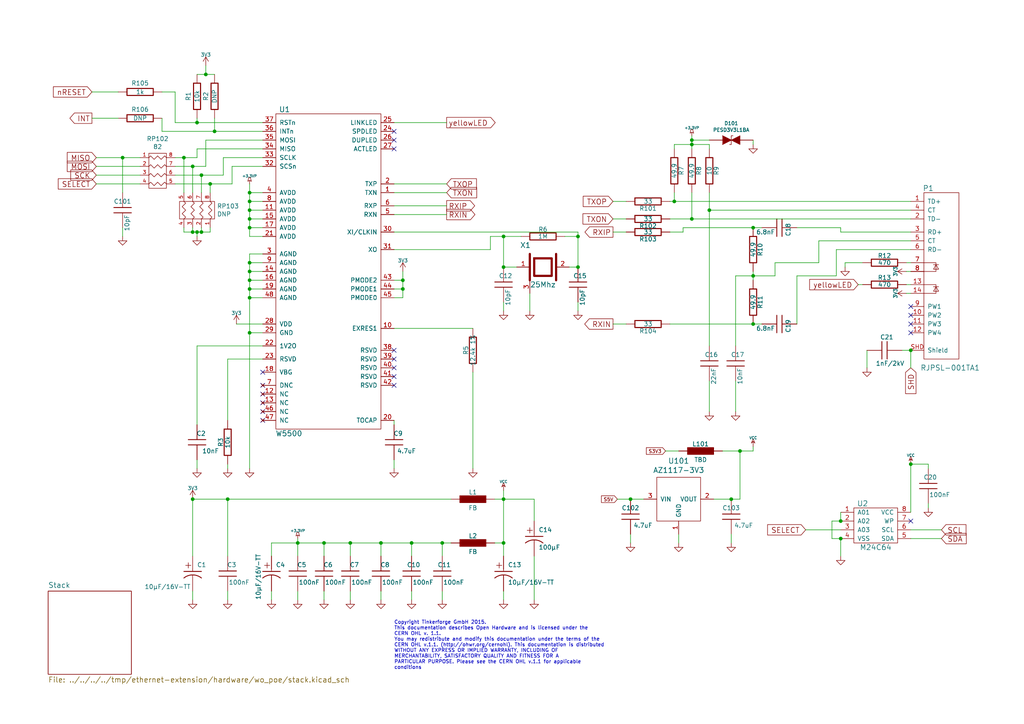
<source format=kicad_sch>
(kicad_sch (version 20230121) (generator eeschema)
  (paper "A4")
  (title_block (title "Ethernet Extension without PoE") (date "2022-09-06") (rev "1.1") (company "Tinkerforge GmbH") (comment 1 "Licensed under CERN OHL v.1.1") (comment 2 "Copyright (©) 2021, B.Nordmeyer <bastian@tinkerforge.com>"))
  (lib_symbols
    (symbol "tinkerforge:+3.3VP" (power) (pin_names (offset 0))
      (property "Value" "+3.3VP" (at 0 2.54 0))
      (symbol "+3.3VP_0_0"
        (pin power_in line (at 0 0 90) (length 0) hide (name "+3.3VP") (number "1"))
      )
      (symbol "+3.3VP_0_1"
        (polyline (pts (xy 0 0) (xy 0 1.016) (xy 0 1.016)))
        (polyline (pts (xy 0.508 0.762) (xy 0 1.016) (xy -0.508 0.762) (xy -0.254 1.778) (xy 0.254 1.778) (xy 0.508 0.762) (xy 0.508 0.762)))
      )
    )
    (symbol "tinkerforge:3V3" (power) (pin_names (offset 0))
      (property "Value" "3V3" (at 0 3.556 0))
      (symbol "3V3_0_1"
        (polyline (pts (xy -0.762 1.27) (xy 0 2.54)))
        (polyline (pts (xy 0 0) (xy 0 2.54)))
        (polyline (pts (xy 0 2.54) (xy 0.762 1.27)))
      )
      (symbol "3V3_1_1"
        (pin power_in line (at 0 0 90) (length 0) hide (name "3V3") (number "1"))
      )
    )
    (symbol "tinkerforge:C" (pin_numbers hide) (pin_names (offset 0.254))
      (property "Reference" "C" (at 1.27 2.54 0))
      (property "Value" "C" (at 1.27 -2.54 0))
      (symbol "C_0_1"
        (polyline (pts (xy -2.54 -0.762) (xy 2.54 -0.762)) (stroke (width 0.254)))
        (polyline (pts (xy -2.54 0.762) (xy 2.54 0.762)) (stroke (width 0.254)))
      )
      (symbol "C_1_1"
        (pin passive line (at 0 5.08 270) (length 4.318) (name "~") (number "1"))
        (pin passive line (at 0 -5.08 90) (length 4.318) (name "~") (number "2"))
      )
    )
    (symbol "tinkerforge:CAT24C" (pin_names (offset 1.016))
      (property "Reference" "U" (at -3.81 12.7 0))
      (property "Value" "CAT24C" (at 0 0 0))
      (symbol "CAT24C_0_1"
        (rectangle (start -6.35 11.43) (end 6.35 1.27))
      )
      (symbol "CAT24C_1_1"
        (pin passive line (at -10.16 10.16 0) (length 3.81) (name "A01") (number "1"))
        (pin passive line (at -10.16 7.62 0) (length 3.81) (name "A02") (number "2"))
        (pin passive line (at -10.16 5.08 0) (length 3.81) (name "A03") (number "3"))
        (pin passive line (at -10.16 2.54 0) (length 3.81) (name "VSS") (number "4"))
        (pin passive line (at 10.16 2.54 180) (length 3.81) (name "SDA") (number "5"))
        (pin passive line (at 10.16 5.08 180) (length 3.81) (name "SCL") (number "6"))
        (pin passive line (at 10.16 7.62 180) (length 3.81) (name "WP") (number "7"))
        (pin passive line (at 10.16 10.16 180) (length 3.81) (name "VCC") (number "8"))
      )
    )
    (symbol "tinkerforge:CP1" (pin_numbers hide) (pin_names (offset 0.254) hide)
      (property "Reference" "C" (at 1.27 2.54 0))
      (property "Value" "CP1" (at 1.27 -2.54 0))
      (symbol "CP1_0_0"
        (text "+" (at -1.27 2.54 0) (effects (font (size 2.032 2.032))))
      )
      (symbol "CP1_0_1"
        (polyline (pts (xy 0 1.27) (xy 0 0.762) (xy 0 0.762)))
        (polyline (pts (xy 2.54 0.635) (xy -2.54 0.635) (xy -2.54 0.635)) (stroke (width 0.254)))
        (arc (start 2.54 -1.27) (mid 0 -0.379) (end -2.54 -1.27) (stroke (width 0.254)))
      )
      (symbol "CP1_1_1"
        (pin passive line (at 0 5.08 270) (length 3.81) (name "~") (number "1"))
        (pin passive line (at 0 -5.08 90) (length 4.572) (name "~") (number "2"))
      )
    )
    (symbol "tinkerforge:CRYSTAL_3225" (pin_names (offset 1.016))
      (property "Reference" "X" (at -5.08 6.35 0))
      (property "Value" "CRYSTAL_3225" (at 6.35 -6.35 0))
      (symbol "CRYSTAL_3225_0_1"
        (rectangle (start -2.54 2.54) (end 2.54 -2.54) (stroke (width 0.635)))
      )
      (symbol "CRYSTAL_3225_1_1"
        (polyline (pts (xy -3.81 3.81) (xy -3.81 -3.81) (xy -3.81 -3.81)) (stroke (width 0.635)))
        (polyline (pts (xy 3.81 3.81) (xy 3.81 -3.81) (xy 3.81 -3.81)) (stroke (width 0.635)))
        (pin passive line (at -7.62 0 0) (length 3.81) (name "~") (number "1"))
        (pin passive line (at 7.62 0 180) (length 3.81) (name "~") (number "2"))
        (pin passive line (at -3.81 -7.62 90) (length 3.81) (name "~") (number "3"))
      )
    )
    (symbol "tinkerforge:GND" (power) (pin_names (offset 0))
      (property "Value" "GND" (at 0 -5.08 0))
      (symbol "GND_0_1"
        (polyline (pts (xy 0 0) (xy 0 -1.27) (xy 1.27 -1.27) (xy 0 -2.54) (xy -1.27 -1.27) (xy 0 -1.27)))
      )
      (symbol "GND_1_1"
        (pin power_in line (at 0 0 270) (length 0) hide (name "GND") (number "1"))
      )
    )
    (symbol "tinkerforge:INDUCT" (pin_numbers hide) (pin_names (offset 0))
      (property "Reference" "L" (at 2.032 0 90))
      (property "Value" "INDUCT" (at -2.54 0 90))
      (symbol "INDUCT_0_1"
        (rectangle (start -1.016 3.81) (end 1.016 -3.81) (fill (type outline)))
      )
      (symbol "INDUCT_1_1"
        (pin passive line (at 0 6.35 270) (length 2.54) (name "~") (number "1"))
        (pin passive line (at 0 -6.35 90) (length 2.54) (name "~") (number "2"))
      )
    )
    (symbol "tinkerforge:LD1117" (pin_names (offset 1.016))
      (property "Reference" "U" (at -5.08 12.7 0))
      (property "Value" "LD1117" (at 0 7.62 0))
      (symbol "LD1117_0_1"
        (rectangle (start -6.35 11.43) (end 6.35 -1.27))
      )
      (symbol "LD1117_1_1"
        (pin passive line (at 0 -5.08 90) (length 3.81) (name "GND") (number "1"))
        (pin output line (at 10.16 5.08 180) (length 3.81) (name "VOUT") (number "2"))
        (pin input line (at -10.16 5.08 0) (length 3.81) (name "VIN") (number "3"))
      )
    )
    (symbol "tinkerforge:R" (pin_numbers hide) (pin_names (offset 0))
      (property "Reference" "R" (at 2.032 0 90))
      (property "Value" "R" (at 0 0 90))
      (symbol "R_0_1"
        (rectangle (start -1.016 3.81) (end 1.016 -3.81) (stroke (width 0.3048)))
      )
      (symbol "R_1_1"
        (pin passive line (at 0 6.35 270) (length 2.54) (name "~") (number "1"))
        (pin passive line (at 0 -6.35 90) (length 2.54) (name "~") (number "2"))
      )
    )
    (symbol "tinkerforge:RJPSL-001TA1" (pin_names (offset 1.016))
      (property "Reference" "P" (at -8.89 19.05 0))
      (property "Value" "RJPSL-001TA1" (at -7.62 -33.02 0))
      (symbol "RJPSL-001TA1_0_1"
        (rectangle (start -10.16 17.78) (end 0 -30.48))
        (polyline (pts (xy -7.4168 -9.4996) (xy -5.8928 -9.4996)))
        (polyline (pts (xy -7.4168 -3.0988) (xy -5.8928 -3.0988)))
        (polyline (pts (xy -10.16 -8.89) (xy -6.6548 -8.89) (xy -6.6548 -11.43) (xy -10.16 -11.43)))
        (polyline (pts (xy -10.16 -2.54) (xy -6.6548 -2.54) (xy -6.6548 -5.08) (xy -10.16 -5.08)))
        (polyline (pts (xy -6.6548 -9.4996) (xy -7.366 -10.8204) (xy -5.8928 -10.8204) (xy -6.6548 -9.4996)))
        (polyline (pts (xy -6.6548 -3.0988) (xy -7.366 -4.4196) (xy -5.8928 -4.4196) (xy -6.6548 -3.0988)))
      )
      (symbol "RJPSL-001TA1_1_1"
        (pin passive line (at -13.97 15.24 0) (length 3.81) (name "TD+") (number "1"))
        (pin passive line (at -13.97 -17.78 0) (length 3.81) (name "PW2") (number "10"))
        (pin passive line (at -13.97 -20.32 0) (length 3.81) (name "PW3") (number "11"))
        (pin passive line (at -13.97 -22.86 0) (length 3.81) (name "PW4") (number "12"))
        (pin passive line (at -13.97 -8.89 0) (length 3.81) (name "~") (number "13"))
        (pin passive line (at -13.97 -11.43 0) (length 3.81) (name "~") (number "14"))
        (pin passive line (at -13.97 10.16 0) (length 3.81) (name "TD-") (number "2"))
        (pin passive line (at -13.97 6.35 0) (length 3.81) (name "RD+") (number "3"))
        (pin passive line (at -13.97 12.7 0) (length 3.81) (name "CT") (number "4"))
        (pin passive line (at -13.97 3.81 0) (length 3.81) (name "CT") (number "5"))
        (pin passive line (at -13.97 1.27 0) (length 3.81) (name "RD-") (number "6"))
        (pin passive line (at -13.97 -2.54 0) (length 3.81) (name "~") (number "7"))
        (pin passive line (at -13.97 -2.54 0) (length 3.81) (name "~") (number "7"))
        (pin passive line (at -13.97 -5.08 0) (length 3.81) (name "~") (number "8"))
        (pin passive line (at -13.97 -5.08 0) (length 3.81) (name "~") (number "8"))
        (pin passive line (at -13.97 -15.24 0) (length 3.81) (name "PW1") (number "9"))
        (pin passive line (at -13.97 -27.94 0) (length 3.81) (name "Shield") (number "SHD"))
      )
    )
    (symbol "tinkerforge:R_PACK4" (pin_names hide)
      (property "Reference" "RP" (at 0 11.43 0))
      (property "Value" "R_PACK4" (at 0 -1.27 0))
      (symbol "R_PACK4_0_1"
        (polyline (pts (xy -2.54 10.16) (xy -2.54 0) (xy 2.54 0) (xy 2.54 10.16) (xy -2.54 10.16)))
        (polyline (pts (xy -2.54 1.27) (xy -2.032 1.778) (xy -1.016 0.762) (xy 0 1.778) (xy 1.016 0.762) (xy 2.032 1.778) (xy 2.54 1.27)))
        (polyline (pts (xy -2.54 3.81) (xy -2.032 4.318) (xy -1.016 3.302) (xy 0 4.318) (xy 1.016 3.302) (xy 2.032 4.318) (xy 2.54 3.81)))
        (polyline (pts (xy -2.54 6.35) (xy -2.032 6.858) (xy -1.016 5.842) (xy 0 6.858) (xy 1.016 5.842) (xy 2.032 6.858) (xy 2.54 6.35)))
        (polyline (pts (xy -2.54 8.89) (xy -2.032 9.398) (xy -1.016 8.382) (xy 0 9.398) (xy 1.016 8.382) (xy 2.032 9.398) (xy 2.54 8.89)))
      )
      (symbol "R_PACK4_1_1"
        (pin passive line (at -5.08 8.89 0) (length 2.54) (name "P1") (number "1"))
        (pin passive line (at -5.08 6.35 0) (length 2.54) (name "P2") (number "2"))
        (pin passive line (at -5.08 3.81 0) (length 2.54) (name "P3") (number "3"))
        (pin passive line (at -5.08 1.27 0) (length 2.54) (name "P4") (number "4"))
        (pin passive line (at 5.08 1.27 180) (length 2.54) (name "R4") (number "5"))
        (pin passive line (at 5.08 3.81 180) (length 2.54) (name "R3") (number "6"))
        (pin passive line (at 5.08 6.35 180) (length 2.54) (name "R2") (number "7"))
        (pin passive line (at 5.08 8.89 180) (length 2.54) (name "R1") (number "8"))
      )
    )
    (symbol "tinkerforge:TVS" (pin_numbers hide) (pin_names (offset 1.016) hide)
      (property "Reference" "D" (at -1.27 2.54 0))
      (property "Value" "TVS" (at 0 -2.54 0))
      (symbol "TVS_0_1"
        (polyline (pts (xy 0 -1.27) (xy -0.508 -1.27)))
        (polyline (pts (xy 0 1.27) (xy 0 -1.27)) (stroke (width 0.1524)))
        (polyline (pts (xy 0 1.27) (xy 0.508 1.27)))
        (polyline (pts (xy -2.54 1.27) (xy 0 0) (xy -2.54 -1.27)) (fill (type outline)))
        (polyline (pts (xy -2.54 1.27) (xy 0 0) (xy -2.54 -1.27)) (fill (type outline)))
        (polyline (pts (xy 0 0) (xy 2.54 1.27) (xy 2.54 -1.27) (xy 0 0)) (fill (type outline)))
      )
      (symbol "TVS_1_1"
        (pin passive line (at -6.35 0 0) (length 3.81) (name "A") (number "1"))
        (pin passive line (at 6.35 0 180) (length 3.81) (name "K") (number "2"))
      )
    )
    (symbol "tinkerforge:VCC" (power) (pin_names (offset 0))
      (property "Value" "VCC" (at 0 3.175 0))
      (symbol "VCC_0_0"
        (pin power_in line (at 0 0 90) (length 0) hide (name "VCC") (number "1"))
      )
      (symbol "VCC_0_1"
        (polyline (pts (xy 0 1.524) (xy 0 0)))
        (polyline (pts (xy 0 1.524) (xy 0.508 1.016) (xy 0 2.286) (xy -0.508 1.016) (xy 0 1.524) (xy 0 1.524)))
      )
    )
    (symbol "tinkerforge:W5500" (pin_names (offset 1.016))
      (property "Reference" "U" (at -12.7 46.99 0))
      (property "Value" "W5500" (at -11.43 -46.99 0))
      (symbol "W5500_0_1"
        (rectangle (start -15.24 45.72) (end 15.24 -45.72))
      )
      (symbol "W5500_1_1"
        (pin passive line (at 19.05 22.86 180) (length 3.81) (name "TXN") (number "1"))
        (pin passive line (at 19.05 -16.51 180) (length 3.81) (name "EXRES1") (number "10"))
        (pin passive line (at -19.05 17.78 0) (length 3.81) (name "AVDD") (number "11"))
        (pin no_connect line (at -19.05 -35.56 0) (length 3.81) (name "NC") (number "12"))
        (pin no_connect line (at -19.05 -38.1 0) (length 3.81) (name "NC") (number "13"))
        (pin passive line (at -19.05 0 0) (length 3.81) (name "AGND") (number "14"))
        (pin passive line (at -19.05 15.24 0) (length 3.81) (name "AVDD") (number "15"))
        (pin passive line (at -19.05 -2.54 0) (length 3.81) (name "AGND") (number "16"))
        (pin passive line (at -19.05 12.7 0) (length 3.81) (name "AVDD") (number "17"))
        (pin passive line (at -19.05 -29.21 0) (length 3.81) (name "VBG") (number "18"))
        (pin passive line (at -19.05 -5.08 0) (length 3.81) (name "AGND") (number "19"))
        (pin passive line (at 19.05 25.4 180) (length 3.81) (name "TXP") (number "2"))
        (pin passive line (at 19.05 -43.18 180) (length 3.81) (name "TOCAP") (number "20"))
        (pin passive line (at -19.05 10.16 0) (length 3.81) (name "AVDD") (number "21"))
        (pin passive line (at -19.05 -21.59 0) (length 3.81) (name "1V2O") (number "22"))
        (pin passive line (at -19.05 -25.4 0) (length 3.81) (name "RSVD") (number "23"))
        (pin passive line (at 19.05 40.64 180) (length 3.81) (name "SPDLED") (number "24"))
        (pin passive line (at 19.05 43.18 180) (length 3.81) (name "LINKLED") (number "25"))
        (pin passive line (at 19.05 38.1 180) (length 3.81) (name "DUPLED") (number "26"))
        (pin passive line (at 19.05 35.56 180) (length 3.81) (name "ACTLED") (number "27"))
        (pin passive line (at -19.05 -15.24 0) (length 3.81) (name "VDD") (number "28"))
        (pin passive line (at -19.05 -17.78 0) (length 3.81) (name "GND") (number "29"))
        (pin passive line (at -19.05 5.08 0) (length 3.81) (name "AGND") (number "3"))
        (pin passive line (at 19.05 11.43 180) (length 3.81) (name "XI/CLKIN") (number "30"))
        (pin passive line (at 19.05 6.35 180) (length 3.81) (name "XO") (number "31"))
        (pin passive line (at -19.05 30.48 0) (length 3.81) (name "SCSn") (number "32"))
        (pin passive line (at -19.05 33.02 0) (length 3.81) (name "SCLK") (number "33"))
        (pin passive line (at -19.05 35.56 0) (length 3.81) (name "MISO") (number "34"))
        (pin passive line (at -19.05 38.1 0) (length 3.81) (name "MOSI") (number "35"))
        (pin passive line (at -19.05 40.64 0) (length 3.81) (name "INTn") (number "36"))
        (pin passive line (at -19.05 43.18 0) (length 3.81) (name "RSTn") (number "37"))
        (pin passive line (at 19.05 -22.86 180) (length 3.81) (name "RSVD") (number "38"))
        (pin passive line (at 19.05 -25.4 180) (length 3.81) (name "RSVD") (number "39"))
        (pin passive line (at -19.05 22.86 0) (length 3.81) (name "AVDD") (number "4"))
        (pin passive line (at 19.05 -27.94 180) (length 3.81) (name "RSVD") (number "40"))
        (pin passive line (at 19.05 -30.48 180) (length 3.81) (name "RSVD") (number "41"))
        (pin passive line (at 19.05 -33.02 180) (length 3.81) (name "RSVD") (number "42"))
        (pin passive line (at 19.05 -2.54 180) (length 3.81) (name "PMODE2") (number "43"))
        (pin passive line (at 19.05 -5.08 180) (length 3.81) (name "PMODE1") (number "44"))
        (pin passive line (at 19.05 -7.62 180) (length 3.81) (name "PMODE0") (number "45"))
        (pin no_connect line (at -19.05 -40.64 0) (length 3.81) (name "NC") (number "46"))
        (pin no_connect line (at -19.05 -43.18 0) (length 3.81) (name "NC") (number "47"))
        (pin passive line (at -19.05 -7.62 0) (length 3.81) (name "AGND") (number "48"))
        (pin passive line (at 19.05 16.51 180) (length 3.81) (name "RXN") (number "5"))
        (pin passive line (at 19.05 19.05 180) (length 3.81) (name "RXP") (number "6"))
        (pin no_connect line (at -19.05 -33.02 0) (length 3.81) (name "DNC") (number "7"))
        (pin passive line (at -19.05 20.32 0) (length 3.81) (name "AVDD") (number "8"))
        (pin passive line (at -19.05 2.54 0) (length 3.81) (name "AGND") (number "9"))
      )
    )
  )
  (junction (at 72.39 76.2))
  (junction (at 58.42 50.8))
  (junction (at 55.88 67.31))
  (junction (at 72.39 60.96))
  (junction (at 101.6 157.48))
  (junction (at 167.64 77.47))
  (junction (at 146.05 77.47))
  (junction (at 146.05 157.48))
  (junction (at 72.39 66.04))
  (junction (at 146.05 68.58))
  (junction (at 110.49 157.48))
  (junction (at 72.39 81.28))
  (junction (at 35.56 45.72))
  (junction (at 72.39 55.88))
  (junction (at 205.74 60.96))
  (junction (at 86.36 157.48))
  (junction (at 128.27 157.48))
  (junction (at 116.84 83.82))
  (junction (at 264.16 134.62))
  (junction (at 57.15 67.31))
  (junction (at 60.96 53.34))
  (junction (at 93.98 157.48))
  (junction (at 200.66 41.91))
  (junction (at 57.15 35.56))
  (junction (at 72.39 58.42))
  (junction (at 59.69 21.59))
  (junction (at 214.63 130.81))
  (junction (at 200.66 63.5))
  (junction (at 264.16 101.6))
  (junction (at 72.39 96.52))
  (junction (at 55.88 48.26))
  (junction (at 212.09 144.78))
  (junction (at 55.88 144.78))
  (junction (at 243.84 151.13))
  (junction (at 72.39 83.82))
  (junction (at 167.64 68.58))
  (junction (at 116.84 81.28))
  (junction (at 72.39 78.74))
  (junction (at 119.38 157.48))
  (junction (at 195.58 58.42))
  (junction (at 53.34 45.72))
  (junction (at 146.05 144.78))
  (junction (at 58.42 67.31))
  (junction (at 218.44 93.98))
  (junction (at 72.39 86.36))
  (junction (at 243.84 156.21))
  (junction (at 72.39 63.5))
  (junction (at 182.88 144.78))
  (junction (at 62.23 38.1))
  (junction (at 66.04 144.78))
  (junction (at 218.44 80.01))
  (junction (at 218.44 66.04))
  (junction (at 200.66 40.64))
  (no_connect (at 114.3 43.18))
  (no_connect (at 114.3 40.64))
  (no_connect (at 76.2 107.95))
  (no_connect (at 114.3 104.14))
  (no_connect (at 264.16 88.9))
  (no_connect (at 264.16 96.52))
  (no_connect (at 76.2 121.92))
  (no_connect (at 114.3 109.22))
  (no_connect (at 114.3 101.6))
  (no_connect (at 264.16 93.98))
  (no_connect (at 114.3 106.68))
  (no_connect (at 114.3 111.76))
  (no_connect (at 76.2 119.38))
  (no_connect (at 114.3 38.1))
  (no_connect (at 76.2 116.84))
  (no_connect (at 264.16 91.44))
  (no_connect (at 76.2 114.3))
  (no_connect (at 264.16 151.13))
  (no_connect (at 76.2 111.76))
  (wire (pts (xy 146.05 157.48) (xy 146.05 144.78)))
  (wire (pts (xy 76.2 93.98) (xy 68.58 93.98)))
  (wire (pts (xy 101.6 157.48) (xy 110.49 157.48)))
  (wire (pts (xy 241.3 156.21) (xy 243.84 156.21)))
  (wire (pts (xy 128.27 157.48) (xy 130.81 157.48)))
  (wire (pts (xy 243.84 151.13) (xy 241.3 151.13)))
  (wire (pts (xy 59.69 21.59) (xy 62.23 21.59)))
  (wire (pts (xy 114.3 121.92) (xy 114.3 123.19)))
  (wire (pts (xy 143.51 144.78) (xy 146.05 144.78)))
  (wire (pts (xy 224.79 76.2) (xy 224.79 80.01)))
  (wire (pts (xy 110.49 157.48) (xy 110.49 161.29)))
  (wire (pts (xy 57.15 123.19) (xy 57.15 100.33)))
  (wire (pts (xy 205.74 55.88) (xy 205.74 60.96)))
  (wire (pts (xy 213.36 80.01) (xy 213.36 100.33)))
  (wire (pts (xy 114.3 86.36) (xy 116.84 86.36)))
  (wire (pts (xy 149.86 77.47) (xy 146.05 77.47)))
  (wire (pts (xy 248.92 82.55) (xy 250.19 82.55)))
  (wire (pts (xy 167.64 67.31) (xy 114.3 67.31)))
  (wire (pts (xy 264.16 58.42) (xy 195.58 58.42)))
  (wire (pts (xy 60.96 53.34) (xy 60.96 55.88)))
  (wire (pts (xy 114.3 72.39) (xy 142.24 72.39)))
  (wire (pts (xy 193.04 130.81) (xy 196.85 130.81)))
  (wire (pts (xy 205.74 60.96) (xy 264.16 60.96)))
  (wire (pts (xy 72.39 60.96) (xy 72.39 63.5)))
  (wire (pts (xy 205.74 119.38) (xy 205.74 110.49)))
  (wire (pts (xy 55.88 66.04) (xy 55.88 67.31)))
  (wire (pts (xy 243.84 161.29) (xy 243.84 156.21)))
  (wire (pts (xy 72.39 58.42) (xy 72.39 60.96)))
  (wire (pts (xy 110.49 173.99) (xy 110.49 171.45)))
  (wire (pts (xy 86.36 157.48) (xy 93.98 157.48)))
  (wire (pts (xy 57.15 35.56) (xy 76.2 35.56)))
  (wire (pts (xy 179.07 144.78) (xy 182.88 144.78)))
  (wire (pts (xy 242.57 72.39) (xy 264.16 72.39)))
  (wire (pts (xy 224.79 80.01) (xy 218.44 80.01)))
  (wire (pts (xy 116.84 81.28) (xy 116.84 78.74)))
  (wire (pts (xy 101.6 173.99) (xy 101.6 171.45)))
  (wire (pts (xy 114.3 81.28) (xy 116.84 81.28)))
  (wire (pts (xy 76.2 78.74) (xy 72.39 78.74)))
  (wire (pts (xy 58.42 67.31) (xy 57.15 67.31)))
  (wire (pts (xy 27.94 50.8) (xy 40.64 50.8)))
  (wire (pts (xy 76.2 38.1) (xy 62.23 38.1)))
  (wire (pts (xy 251.46 101.6) (xy 251.46 106.68)))
  (wire (pts (xy 72.39 60.96) (xy 76.2 60.96)))
  (wire (pts (xy 86.36 173.99) (xy 86.36 171.45)))
  (wire (pts (xy 114.3 83.82) (xy 116.84 83.82)))
  (wire (pts (xy 116.84 83.82) (xy 116.84 81.28)))
  (wire (pts (xy 146.05 144.78) (xy 154.94 144.78)))
  (wire (pts (xy 76.2 58.42) (xy 72.39 58.42)))
  (wire (pts (xy 200.66 41.91) (xy 205.74 41.91)))
  (wire (pts (xy 72.39 81.28) (xy 72.39 83.82)))
  (wire (pts (xy 76.2 40.64) (xy 59.69 40.64)))
  (wire (pts (xy 218.44 93.98) (xy 194.31 93.98)))
  (wire (pts (xy 205.74 60.96) (xy 205.74 100.33)))
  (wire (pts (xy 60.96 67.31) (xy 58.42 67.31)))
  (wire (pts (xy 66.04 135.89) (xy 66.04 134.62)))
  (wire (pts (xy 72.39 96.52) (xy 72.39 135.89)))
  (wire (pts (xy 57.15 21.59) (xy 59.69 21.59)))
  (wire (pts (xy 264.16 153.67) (xy 273.05 153.67)))
  (wire (pts (xy 186.69 144.78) (xy 182.88 144.78)))
  (wire (pts (xy 53.34 45.72) (xy 50.8 45.72)))
  (wire (pts (xy 55.88 173.99) (xy 55.88 171.45)))
  (wire (pts (xy 76.2 45.72) (xy 64.77 45.72)))
  (wire (pts (xy 72.39 66.04) (xy 72.39 68.58)))
  (wire (pts (xy 34.29 34.29) (xy 26.67 34.29)))
  (wire (pts (xy 66.04 161.29) (xy 66.04 144.78)))
  (wire (pts (xy 129.54 55.88) (xy 114.3 55.88)))
  (wire (pts (xy 146.05 90.17) (xy 146.05 87.63)))
  (wire (pts (xy 93.98 173.99) (xy 93.98 171.45)))
  (wire (pts (xy 195.58 41.91) (xy 195.58 43.18)))
  (wire (pts (xy 55.88 48.26) (xy 55.88 55.88)))
  (wire (pts (xy 78.74 157.48) (xy 86.36 157.48)))
  (wire (pts (xy 50.8 35.56) (xy 57.15 35.56)))
  (wire (pts (xy 57.15 43.18) (xy 57.15 45.72)))
  (wire (pts (xy 66.04 173.99) (xy 66.04 171.45)))
  (wire (pts (xy 264.16 67.31) (xy 243.84 67.31)))
  (wire (pts (xy 241.3 151.13) (xy 241.3 156.21)))
  (wire (pts (xy 114.3 35.56) (xy 129.54 35.56)))
  (wire (pts (xy 114.3 59.69) (xy 129.54 59.69)))
  (wire (pts (xy 194.31 67.31) (xy 198.12 67.31)))
  (wire (pts (xy 67.31 48.26) (xy 76.2 48.26)))
  (wire (pts (xy 214.63 130.81) (xy 214.63 144.78)))
  (wire (pts (xy 262.89 85.09) (xy 264.16 85.09)))
  (wire (pts (xy 242.57 80.01) (xy 242.57 72.39)))
  (wire (pts (xy 86.36 157.48) (xy 86.36 161.29)))
  (wire (pts (xy 196.85 154.94) (xy 196.85 157.48)))
  (wire (pts (xy 66.04 144.78) (xy 130.81 144.78)))
  (wire (pts (xy 76.2 104.14) (xy 66.04 104.14)))
  (wire (pts (xy 35.56 45.72) (xy 40.64 45.72)))
  (wire (pts (xy 237.49 76.2) (xy 224.79 76.2)))
  (wire (pts (xy 269.24 147.32) (xy 269.24 146.05)))
  (wire (pts (xy 264.16 156.21) (xy 273.05 156.21)))
  (wire (pts (xy 205.74 41.91) (xy 205.74 43.18)))
  (wire (pts (xy 72.39 86.36) (xy 72.39 96.52)))
  (wire (pts (xy 78.74 173.99) (xy 78.74 171.45)))
  (wire (pts (xy 177.8 67.31) (xy 181.61 67.31)))
  (wire (pts (xy 218.44 80.01) (xy 213.36 80.01)))
  (wire (pts (xy 177.8 58.42) (xy 181.61 58.42)))
  (wire (pts (xy 153.67 90.17) (xy 153.67 85.09)))
  (wire (pts (xy 27.94 48.26) (xy 40.64 48.26)))
  (wire (pts (xy 154.94 161.29) (xy 154.94 173.99)))
  (wire (pts (xy 62.23 34.29) (xy 62.23 38.1)))
  (wire (pts (xy 119.38 157.48) (xy 119.38 161.29)))
  (wire (pts (xy 114.3 133.35) (xy 114.3 135.89)))
  (wire (pts (xy 209.55 130.81) (xy 214.63 130.81)))
  (wire (pts (xy 46.99 26.67) (xy 50.8 26.67)))
  (wire (pts (xy 93.98 157.48) (xy 93.98 161.29)))
  (wire (pts (xy 231.14 80.01) (xy 242.57 80.01)))
  (wire (pts (xy 137.16 135.89) (xy 137.16 107.95)))
  (wire (pts (xy 50.8 26.67) (xy 50.8 35.56)))
  (wire (pts (xy 57.15 100.33) (xy 76.2 100.33)))
  (wire (pts (xy 58.42 66.04) (xy 58.42 67.31)))
  (wire (pts (xy 142.24 68.58) (xy 146.05 68.58)))
  (wire (pts (xy 182.88 157.48) (xy 182.88 154.94)))
  (wire (pts (xy 72.39 73.66) (xy 72.39 76.2)))
  (wire (pts (xy 78.74 157.48) (xy 78.74 161.29)))
  (wire (pts (xy 57.15 43.18) (xy 76.2 43.18)))
  (wire (pts (xy 243.84 67.31) (xy 243.84 66.04)))
  (wire (pts (xy 200.66 63.5) (xy 194.31 63.5)))
  (wire (pts (xy 200.66 41.91) (xy 200.66 43.18)))
  (wire (pts (xy 237.49 69.85) (xy 237.49 76.2)))
  (wire (pts (xy 53.34 67.31) (xy 55.88 67.31)))
  (wire (pts (xy 167.64 77.47) (xy 165.1 77.47)))
  (wire (pts (xy 72.39 55.88) (xy 72.39 58.42)))
  (wire (pts (xy 146.05 161.29) (xy 146.05 157.48)))
  (wire (pts (xy 200.66 40.64) (xy 200.66 41.91)))
  (wire (pts (xy 27.94 45.72) (xy 35.56 45.72)))
  (wire (pts (xy 218.44 41.91) (xy 218.44 40.64)))
  (wire (pts (xy 35.56 68.58) (xy 35.56 66.04)))
  (wire (pts (xy 129.54 62.23) (xy 114.3 62.23)))
  (wire (pts (xy 58.42 50.8) (xy 58.42 55.88)))
  (wire (pts (xy 194.31 58.42) (xy 195.58 58.42)))
  (wire (pts (xy 154.94 144.78) (xy 154.94 151.13)))
  (wire (pts (xy 55.88 161.29) (xy 55.88 144.78)))
  (wire (pts (xy 269.24 134.62) (xy 269.24 135.89)))
  (wire (pts (xy 128.27 157.48) (xy 128.27 161.29)))
  (wire (pts (xy 57.15 68.58) (xy 57.15 67.31)))
  (wire (pts (xy 146.05 157.48) (xy 143.51 157.48)))
  (wire (pts (xy 60.96 53.34) (xy 67.31 53.34)))
  (wire (pts (xy 59.69 19.05) (xy 59.69 21.59)))
  (wire (pts (xy 26.67 26.67) (xy 34.29 26.67)))
  (wire (pts (xy 72.39 53.34) (xy 72.39 55.88)))
  (wire (pts (xy 55.88 144.78) (xy 66.04 144.78)))
  (wire (pts (xy 207.01 144.78) (xy 212.09 144.78)))
  (wire (pts (xy 212.09 157.48) (xy 212.09 154.94)))
  (wire (pts (xy 264.16 76.2) (xy 262.89 76.2)))
  (wire (pts (xy 27.94 53.34) (xy 40.64 53.34)))
  (wire (pts (xy 177.8 93.98) (xy 181.61 93.98)))
  (wire (pts (xy 60.96 66.04) (xy 60.96 67.31)))
  (wire (pts (xy 167.64 90.17) (xy 167.64 87.63)))
  (wire (pts (xy 72.39 78.74) (xy 72.39 81.28)))
  (wire (pts (xy 57.15 135.89) (xy 57.15 133.35)))
  (wire (pts (xy 200.66 55.88) (xy 200.66 63.5)))
  (wire (pts (xy 181.61 63.5) (xy 177.8 63.5)))
  (wire (pts (xy 46.99 38.1) (xy 62.23 38.1)))
  (wire (pts (xy 262.89 78.74) (xy 264.16 78.74)))
  (wire (pts (xy 119.38 157.48) (xy 128.27 157.48)))
  (wire (pts (xy 50.8 53.34) (xy 60.96 53.34)))
  (wire (pts (xy 72.39 63.5) (xy 72.39 66.04)))
  (wire (pts (xy 198.12 66.04) (xy 198.12 67.31)))
  (wire (pts (xy 167.64 67.31) (xy 167.64 68.58)))
  (wire (pts (xy 264.16 63.5) (xy 200.66 63.5)))
  (wire (pts (xy 76.2 66.04) (xy 72.39 66.04)))
  (wire (pts (xy 59.69 48.26) (xy 55.88 48.26)))
  (wire (pts (xy 218.44 80.01) (xy 218.44 78.74)))
  (wire (pts (xy 93.98 157.48) (xy 101.6 157.48)))
  (wire (pts (xy 214.63 130.81) (xy 218.44 130.81)))
  (wire (pts (xy 58.42 50.8) (xy 50.8 50.8)))
  (wire (pts (xy 35.56 45.72) (xy 35.56 55.88)))
  (wire (pts (xy 114.3 53.34) (xy 129.54 53.34)))
  (wire (pts (xy 262.89 82.55) (xy 264.16 82.55)))
  (wire (pts (xy 243.84 148.59) (xy 243.84 151.13)))
  (wire (pts (xy 195.58 41.91) (xy 200.66 41.91)))
  (wire (pts (xy 72.39 76.2) (xy 72.39 78.74)))
  (wire (pts (xy 55.88 67.31) (xy 57.15 67.31)))
  (wire (pts (xy 119.38 173.99) (xy 119.38 171.45)))
  (wire (pts (xy 213.36 119.38) (xy 213.36 110.49)))
  (wire (pts (xy 214.63 144.78) (xy 212.09 144.78)))
  (wire (pts (xy 218.44 81.28) (xy 218.44 80.01)))
  (wire (pts (xy 72.39 86.36) (xy 76.2 86.36)))
  (wire (pts (xy 195.58 58.42) (xy 195.58 55.88)))
  (wire (pts (xy 167.64 68.58) (xy 163.83 68.58)))
  (wire (pts (xy 116.84 86.36) (xy 116.84 83.82)))
  (wire (pts (xy 146.05 68.58) (xy 151.13 68.58)))
  (wire (pts (xy 110.49 157.48) (xy 119.38 157.48)))
  (wire (pts (xy 57.15 45.72) (xy 53.34 45.72)))
  (wire (pts (xy 46.99 38.1) (xy 46.99 34.29)))
  (wire (pts (xy 64.77 45.72) (xy 64.77 50.8)))
  (wire (pts (xy 231.14 93.98) (xy 231.14 80.01)))
  (wire (pts (xy 76.2 55.88) (xy 72.39 55.88)))
  (wire (pts (xy 66.04 104.14) (xy 66.04 121.92)))
  (wire (pts (xy 76.2 81.28) (xy 72.39 81.28)))
  (wire (pts (xy 76.2 96.52) (xy 72.39 96.52)))
  (wire (pts (xy 261.62 101.6) (xy 264.16 101.6)))
  (wire (pts (xy 128.27 173.99) (xy 128.27 171.45)))
  (wire (pts (xy 146.05 144.78) (xy 146.05 142.24)))
  (wire (pts (xy 264.16 148.59) (xy 264.16 134.62)))
  (wire (pts (xy 53.34 66.04) (xy 53.34 67.31)))
  (wire (pts (xy 67.31 53.34) (xy 67.31 48.26)))
  (wire (pts (xy 57.15 34.29) (xy 57.15 35.56)))
  (wire (pts (xy 264.16 134.62) (xy 269.24 134.62)))
  (wire (pts (xy 245.11 76.2) (xy 250.19 76.2)))
  (wire (pts (xy 200.66 39.37) (xy 200.66 40.64)))
  (wire (pts (xy 218.44 93.98) (xy 220.98 93.98)))
  (wire (pts (xy 76.2 73.66) (xy 72.39 73.66)))
  (wire (pts (xy 101.6 157.48) (xy 101.6 161.29)))
  (wire (pts (xy 59.69 40.64) (xy 59.69 48.26)))
  (wire (pts (xy 245.11 77.47) (xy 245.11 76.2)))
  (wire (pts (xy 114.3 95.25) (xy 137.16 95.25)))
  (wire (pts (xy 218.44 66.04) (xy 220.98 66.04)))
  (wire (pts (xy 76.2 63.5) (xy 72.39 63.5)))
  (wire (pts (xy 243.84 66.04) (xy 231.14 66.04)))
  (wire (pts (xy 146.05 77.47) (xy 146.05 68.58)))
  (wire (pts (xy 76.2 83.82) (xy 72.39 83.82)))
  (wire (pts (xy 233.68 153.67) (xy 243.84 153.67)))
  (wire (pts (xy 200.66 40.64) (xy 205.74 40.64)))
  (wire (pts (xy 72.39 83.82) (xy 72.39 86.36)))
  (wire (pts (xy 86.36 156.21) (xy 86.36 157.48)))
  (wire (pts (xy 167.64 68.58) (xy 167.64 77.47)))
  (wire (pts (xy 55.88 48.26) (xy 50.8 48.26)))
  (wire (pts (xy 198.12 66.04) (xy 218.44 66.04)))
  (wire (pts (xy 264.16 106.68) (xy 264.16 101.6)))
  (wire (pts (xy 142.24 72.39) (xy 142.24 68.58)))
  (wire (pts (xy 146.05 171.45) (xy 146.05 173.99)))
  (wire (pts (xy 53.34 55.88) (xy 53.34 45.72)))
  (wire (pts (xy 76.2 76.2) (xy 72.39 76.2)))
  (wire (pts (xy 218.44 129.54) (xy 218.44 130.81)))
  (wire (pts (xy 64.77 50.8) (xy 58.42 50.8)))
  (wire (pts (xy 264.16 69.85) (xy 237.49 69.85)))
  (wire (pts (xy 72.39 68.58) (xy 76.2 68.58)))
  (text "Copyright Tinkerforge GmbH 2015.\nThis documentation describes Open Hardware and is licensed under the\nCERN OHL v. 1.1.\nYou may redistribute and modify this documentation under the terms of the\nCERN OHL v.1.1. (http://ohwr.org/cernohl). This documentation is distributed\nWITHOUT ANY EXPRESS OR IMPLIED WARRANTY, INCLUDING OF\nMERCHANTABILITY, SATISFACTORY QUALITY AND FITNESS FOR A\nPARTICULAR PURPOSE. Please see the CERN OHL v.1.1 for applicable\nconditions\n" (at 114.3 194.31 0) (effects (font (size 1.016 1.016)) (justify left bottom)))
  (global_label "yellowLED" (shape input) (at 248.92 82.55 180) (effects (font (size 1.524 1.524))) (property "Intersheetrefs" "${INTERSHEET_REFS}" (effects hide)))
  (global_label "SCK" (shape input) (at 27.94 50.8 180) (effects (font (size 1.524 1.524))) (property "Intersheetrefs" "${INTERSHEET_REFS}" (effects hide)))
  (global_label "INT" (shape output) (at 26.67 34.29 180) (effects (font (size 1.524 1.524))) (property "Intersheetrefs" "${INTERSHEET_REFS}" (effects hide)))
  (global_label "RXIP" (shape output) (at 129.54 59.69 0) (effects (font (size 1.524 1.524))) (property "Intersheetrefs" "${INTERSHEET_REFS}" (effects hide)))
  (global_label "TXOP" (shape input) (at 129.54 53.34 0) (effects (font (size 1.524 1.524))) (property "Intersheetrefs" "${INTERSHEET_REFS}" (effects hide)))
  (global_label "TXOP" (shape input) (at 177.8 58.42 180) (effects (font (size 1.524 1.524))) (property "Intersheetrefs" "${INTERSHEET_REFS}" (effects hide)))
  (global_label "SDA" (shape input) (at 273.05 156.21 0) (effects (font (size 1.524 1.524))) (property "Intersheetrefs" "${INTERSHEET_REFS}" (effects hide)))
  (global_label "MISO" (shape input) (at 27.94 45.72 180) (effects (font (size 1.524 1.524))) (property "Intersheetrefs" "${INTERSHEET_REFS}" (effects hide)))
  (global_label "SCL" (shape input) (at 273.05 153.67 0) (effects (font (size 1.524 1.524))) (property "Intersheetrefs" "${INTERSHEET_REFS}" (effects hide)))
  (global_label "SHD" (shape input) (at 264.16 106.68 270) (effects (font (size 1.524 1.524))) (property "Intersheetrefs" "${INTERSHEET_REFS}" (effects hide)))
  (global_label "RXIN" (shape output) (at 177.8 93.98 180) (effects (font (size 1.524 1.524))) (property "Intersheetrefs" "${INTERSHEET_REFS}" (effects hide)))
  (global_label "S3V3" (shape input) (at 193.04 130.81 180) (effects (font (size 0.9906 0.9906))) (property "Intersheetrefs" "${INTERSHEET_REFS}" (effects hide)))
  (global_label "nRESET" (shape input) (at 26.67 26.67 180) (effects (font (size 1.524 1.524))) (property "Intersheetrefs" "${INTERSHEET_REFS}" (effects hide)))
  (global_label "TXON" (shape input) (at 177.8 63.5 180) (effects (font (size 1.524 1.524))) (property "Intersheetrefs" "${INTERSHEET_REFS}" (effects hide)))
  (global_label "SELECT" (shape input) (at 233.68 153.67 180) (effects (font (size 1.524 1.524))) (property "Intersheetrefs" "${INTERSHEET_REFS}" (effects hide)))
  (global_label "TXON" (shape input) (at 129.54 55.88 0) (effects (font (size 1.524 1.524))) (property "Intersheetrefs" "${INTERSHEET_REFS}" (effects hide)))
  (global_label "yellowLED" (shape output) (at 129.54 35.56 0) (effects (font (size 1.524 1.524))) (property "Intersheetrefs" "${INTERSHEET_REFS}" (effects hide)))
  (global_label "SELECT" (shape input) (at 27.94 53.34 180) (effects (font (size 1.524 1.524))) (property "Intersheetrefs" "${INTERSHEET_REFS}" (effects hide)))
  (global_label "S5V" (shape input) (at 179.07 144.78 180) (effects (font (size 0.9906 0.9906))) (property "Intersheetrefs" "${INTERSHEET_REFS}" (effects hide)))
  (global_label "RXIP" (shape output) (at 177.8 67.31 180) (effects (font (size 1.524 1.524))) (property "Intersheetrefs" "${INTERSHEET_REFS}" (effects hide)))
  (global_label "MOSI" (shape input) (at 27.94 48.26 180) (effects (font (size 1.524 1.524))) (property "Intersheetrefs" "${INTERSHEET_REFS}" (effects hide)))
  (global_label "RXIN" (shape output) (at 129.54 62.23 0) (effects (font (size 1.524 1.524))) (property "Intersheetrefs" "${INTERSHEET_REFS}" (effects hide)))
  (symbol (lib_id "tinkerforge:CAT24C") (at 254 158.75 0) (unit 1)
    (property "Reference" "U2" (at 250.19 146.05 0) (effects (font (size 1.524 1.524))))
    (property "Value" "M24C64" (at 254 158.75 0) (effects (font (size 1.524 1.524))))
    (property "Footprint" "kicad-libraries:SOIC8" (effects hide))
  )
  (symbol (lib_id "tinkerforge:C") (at 269.24 140.97 180) (unit 1)
    (property "Reference" "C20" (at 271.78 138.43 0) (effects (justify left)))
    (property "Value" "100nF" (at 275.59 143.51 0) (effects (justify left)))
    (property "Footprint" "kicad-libraries:C0603" (effects hide))
  )
  (symbol (lib_id "tinkerforge:GND") (at 269.24 147.32 0) (unit 1)
    (property "Reference" "#PWR018" (effects hide))
    (property "Value" "GND" (effects hide))
  )
  (symbol (lib_id "tinkerforge:GND") (at 243.84 161.29 0) (unit 1)
    (property "Reference" "#PWR017" (effects hide))
    (property "Value" "GND" (effects hide))
  )
  (symbol (lib_id "tinkerforge:+3.3VP") (at 200.66 39.37 0) (unit 1)
    (property "Reference" "#PWR016" (effects hide))
    (property "Value" "+3.3VP" (at 200.66 37.084 0) (effects (font (size 0.762 0.762))))
  )
  (symbol (lib_id "tinkerforge:C") (at 256.54 101.6 270) (unit 1)
    (property "Reference" "C21" (at 255.27 97.79 90) (effects (justify left)))
    (property "Value" "1nF/2kV" (at 254 105.41 90) (effects (justify left)))
    (property "Footprint" "kicad-libraries:C1206" (effects hide))
  )
  (symbol (lib_id "tinkerforge:R") (at 195.58 49.53 0) (unit 1)
    (property "Reference" "R7" (at 197.612 49.53 90))
    (property "Value" "49.9" (at 195.58 49.53 90))
    (property "Footprint" "kicad-libraries:R0603" (effects hide))
  )
  (symbol (lib_id "tinkerforge:C") (at 205.74 105.41 180) (unit 1)
    (property "Reference" "C16" (at 208.28 102.87 0) (effects (justify left)))
    (property "Value" "22nF" (at 207.01 106.68 90) (effects (justify left)))
    (property "Footprint" "kicad-libraries:C0603" (effects hide))
  )
  (symbol (lib_id "tinkerforge:R") (at 200.66 49.53 0) (unit 1)
    (property "Reference" "R8" (at 202.692 49.53 90))
    (property "Value" "49.9" (at 200.66 49.53 90))
    (property "Footprint" "kicad-libraries:R0603" (effects hide))
  )
  (symbol (lib_id "tinkerforge:CRYSTAL_3225") (at 157.48 77.47 0) (unit 1)
    (property "Reference" "X1" (at 152.4 71.12 0) (effects (font (size 1.524 1.524))))
    (property "Value" "25Mhz" (at 157.48 82.55 0) (effects (font (size 1.524 1.524))))
    (property "Footprint" "kicad-libraries:HC49_US" (effects hide))
  )
  (symbol (lib_id "tinkerforge:GND") (at 153.67 90.17 0) (unit 1)
    (property "Reference" "#PWR015" (effects hide))
    (property "Value" "GND" (effects hide))
  )
  (symbol (lib_id "tinkerforge:C") (at 146.05 82.55 180) (unit 1)
    (property "Reference" "C12" (at 148.59 80.01 0) (effects (justify left)))
    (property "Value" "10pF" (at 147.32 83.82 90) (effects (justify left)))
    (property "Footprint" "kicad-libraries:C0603" (effects hide))
  )
  (symbol (lib_id "tinkerforge:GND") (at 146.05 90.17 0) (unit 1)
    (property "Reference" "#PWR014" (effects hide))
    (property "Value" "GND" (effects hide))
  )
  (symbol (lib_id "tinkerforge:C") (at 167.64 82.55 180) (unit 1)
    (property "Reference" "C15" (at 170.18 80.01 0) (effects (justify left)))
    (property "Value" "10pF" (at 168.91 83.82 90) (effects (justify left)))
    (property "Footprint" "kicad-libraries:C0603" (effects hide))
  )
  (symbol (lib_id "tinkerforge:GND") (at 167.64 90.17 0) (unit 1)
    (property "Reference" "#PWR013" (effects hide))
    (property "Value" "GND" (effects hide))
  )
  (symbol (lib_id "tinkerforge:R") (at 157.48 68.58 90) (unit 1)
    (property "Reference" "R6" (at 157.48 66.548 90))
    (property "Value" "1M" (at 157.48 68.58 90))
    (property "Footprint" "kicad-libraries:R0603" (effects hide))
  )
  (symbol (lib_id "tinkerforge:INDUCT") (at 137.16 144.78 90) (unit 1)
    (property "Reference" "L1" (at 137.16 142.748 90))
    (property "Value" "FB" (at 137.16 147.32 90))
    (property "Footprint" "kicad-libraries:C0603" (effects hide))
  )
  (symbol (lib_id "tinkerforge:VCC") (at 146.05 142.24 0) (unit 1)
    (property "Reference" "#PWR012" (effects hide))
    (property "Value" "VCC" (at 146.05 139.7 0) (effects (font (size 0.762 0.762))))
  )
  (symbol (lib_id "tinkerforge:INDUCT") (at 137.16 157.48 90) (unit 1)
    (property "Reference" "L2" (at 137.16 155.448 90))
    (property "Value" "FB" (at 137.16 160.02 90))
    (property "Footprint" "kicad-libraries:C0603" (effects hide))
  )
  (symbol (lib_id "tinkerforge:C") (at 128.27 166.37 180) (unit 1)
    (property "Reference" "C11" (at 130.81 163.83 0) (effects (justify left)))
    (property "Value" "100nF" (at 134.62 168.91 0) (effects (justify left)))
    (property "Footprint" "kicad-libraries:C0603" (effects hide))
  )
  (symbol (lib_id "tinkerforge:C") (at 119.38 166.37 180) (unit 1)
    (property "Reference" "C10" (at 121.92 163.83 0) (effects (justify left)))
    (property "Value" "100nF" (at 125.73 168.91 0) (effects (justify left)))
    (property "Footprint" "kicad-libraries:C0603" (effects hide))
  )
  (symbol (lib_id "tinkerforge:+3.3VP") (at 86.36 156.21 0) (unit 1)
    (property "Reference" "#PWR011" (effects hide))
    (property "Value" "+3.3VP" (at 86.36 153.924 0) (effects (font (size 0.762 0.762))))
  )
  (symbol (lib_id "tinkerforge:3V3") (at 55.88 144.78 0) (unit 1)
    (property "Reference" "#PWR010" (effects hide))
    (property "Value" "3V3" (at 55.88 141.605 0) (effects (font (size 1.016 1.016))))
  )
  (symbol (lib_id "tinkerforge:C") (at 66.04 166.37 180) (unit 1)
    (property "Reference" "C3" (at 68.58 163.83 0) (effects (justify left)))
    (property "Value" "100nF" (at 72.39 168.91 0) (effects (justify left)))
    (property "Footprint" "kicad-libraries:C0603" (effects hide))
  )
  (symbol (lib_id "tinkerforge:GND") (at 128.27 173.99 0) (unit 1)
    (property "Reference" "#PWR09" (effects hide))
    (property "Value" "GND" (effects hide))
  )
  (symbol (lib_id "tinkerforge:GND") (at 146.05 173.99 0) (unit 1)
    (property "Reference" "#PWR08" (effects hide))
    (property "Value" "GND" (effects hide))
  )
  (symbol (lib_id "tinkerforge:GND") (at 119.38 173.99 0) (unit 1)
    (property "Reference" "#PWR07" (effects hide))
    (property "Value" "GND" (effects hide))
  )
  (symbol (lib_id "tinkerforge:GND") (at 66.04 173.99 0) (unit 1)
    (property "Reference" "#PWR06" (effects hide))
    (property "Value" "GND" (effects hide))
  )
  (symbol (lib_id "tinkerforge:GND") (at 55.88 173.99 0) (unit 1)
    (property "Reference" "#PWR05" (effects hide))
    (property "Value" "GND" (effects hide))
  )
  (symbol (lib_id "tinkerforge:GND") (at 251.46 106.68 0) (unit 1)
    (property "Reference" "#PWR04" (effects hide))
    (property "Value" "GND" (effects hide))
  )
  (symbol (lib_id "tinkerforge:RJPSL-001TA1") (at 278.13 73.66 0) (unit 1)
    (property "Reference" "P1" (at 269.24 54.61 0) (effects (font (size 1.524 1.524))))
    (property "Value" "RJPSL-001TA1" (at 275.59 106.68 0) (effects (font (size 1.524 1.524))))
    (property "Footprint" "kicad-libraries:RJPSL-001TA1" (effects hide))
  )
  (symbol (lib_id "tinkerforge:R") (at 256.54 76.2 90) (unit 1)
    (property "Reference" "R12" (at 256.54 74.168 90))
    (property "Value" "470" (at 256.54 76.2 90))
    (property "Footprint" "kicad-libraries:R0603" (effects hide))
  )
  (symbol (lib_id "tinkerforge:R") (at 256.54 82.55 90) (unit 1)
    (property "Reference" "R13" (at 256.54 80.518 90))
    (property "Value" "470" (at 256.54 82.55 90))
    (property "Footprint" "kicad-libraries:R0603" (effects hide))
  )
  (symbol (lib_id "tinkerforge:GND") (at 245.11 77.47 0) (unit 1)
    (property "Reference" "#PWR01" (effects hide))
    (property "Value" "GND" (effects hide))
  )
  (symbol (lib_id "tinkerforge:CP1") (at 154.94 156.21 0) (unit 1)
    (property "Reference" "C14" (at 156.21 153.67 0) (effects (justify left)))
    (property "Value" "100µF" (at 156.21 158.75 0) (effects (justify left)))
    (property "Footprint" "kicad-libraries:3528-21" (effects hide))
  )
  (symbol (lib_id "tinkerforge:GND") (at 154.94 173.99 0) (unit 1)
    (property "Reference" "#PWR019" (effects hide))
    (property "Value" "GND" (effects hide))
  )
  (symbol (lib_id "tinkerforge:CP1") (at 146.05 166.37 0) (unit 1)
    (property "Reference" "C13" (at 147.32 163.83 0) (effects (justify left)))
    (property "Value" "10µF/16V-TT" (at 147.32 168.91 0) (effects (justify left)))
    (property "Footprint" "kicad-libraries:0805P" (effects hide))
  )
  (symbol (lib_id "tinkerforge:W5500") (at 95.25 78.74 0) (unit 1)
    (property "Reference" "U1" (at 82.55 31.75 0) (effects (font (size 1.524 1.524))))
    (property "Value" "W5500" (at 83.82 125.73 0) (effects (font (size 1.524 1.524))))
    (property "Footprint" "kicad-libraries:LQFP48" (effects hide))
  )
  (symbol (lib_id "tinkerforge:R") (at 137.16 101.6 180) (unit 1)
    (property "Reference" "R5" (at 135.128 101.6 90))
    (property "Value" "12.4k 1%" (at 137.16 101.6 90))
    (property "Footprint" "kicad-libraries:R0603" (effects hide))
  )
  (symbol (lib_id "tinkerforge:GND") (at 137.16 135.89 0) (unit 1)
    (property "Reference" "#PWR020" (effects hide))
    (property "Value" "GND" (effects hide))
  )
  (symbol (lib_id "tinkerforge:C") (at 114.3 128.27 180) (unit 1)
    (property "Reference" "C9" (at 116.84 125.73 0) (effects (justify left)))
    (property "Value" "4.7uF" (at 120.65 130.81 0) (effects (justify left)))
    (property "Footprint" "kicad-libraries:C0805" (effects hide))
  )
  (symbol (lib_id "tinkerforge:GND") (at 114.3 135.89 0) (unit 1)
    (property "Reference" "#PWR021" (effects hide))
    (property "Value" "GND" (effects hide))
  )
  (symbol (lib_id "tinkerforge:GND") (at 72.39 135.89 0) (unit 1)
    (property "Reference" "#PWR022" (effects hide))
    (property "Value" "GND" (effects hide))
  )
  (symbol (lib_id "tinkerforge:CP1") (at 78.74 166.37 0) (unit 1)
    (property "Reference" "C4" (at 80.01 163.83 0) (effects (justify left)))
    (property "Value" "10µF/16V-TT" (at 74.93 173.99 90) (effects (justify left)))
    (property "Footprint" "kicad-libraries:0805P" (effects hide))
  )
  (symbol (lib_id "tinkerforge:CP1") (at 55.88 166.37 0) (unit 1)
    (property "Reference" "C1" (at 57.15 163.83 0) (effects (justify left)))
    (property "Value" "10µF/16V-TT" (at 41.91 170.18 0) (effects (justify left)))
    (property "Footprint" "kicad-libraries:0805P" (effects hide))
  )
  (symbol (lib_id "tinkerforge:GND") (at 78.74 173.99 0) (unit 1)
    (property "Reference" "#PWR023" (effects hide))
    (property "Value" "GND" (effects hide))
  )
  (symbol (lib_id "tinkerforge:GND") (at 101.6 173.99 0) (unit 1)
    (property "Reference" "#PWR024" (effects hide))
    (property "Value" "GND" (effects hide))
  )
  (symbol (lib_id "tinkerforge:GND") (at 110.49 173.99 0) (unit 1)
    (property "Reference" "#PWR025" (effects hide))
    (property "Value" "GND" (effects hide))
  )
  (symbol (lib_id "tinkerforge:C") (at 101.6 166.37 180) (unit 1)
    (property "Reference" "C7" (at 104.14 163.83 0) (effects (justify left)))
    (property "Value" "100nF" (at 107.95 168.91 0) (effects (justify left)))
    (property "Footprint" "kicad-libraries:C0603" (effects hide))
  )
  (symbol (lib_id "tinkerforge:C") (at 110.49 166.37 180) (unit 1)
    (property "Reference" "C8" (at 113.03 163.83 0) (effects (justify left)))
    (property "Value" "100nF" (at 116.84 168.91 0) (effects (justify left)))
    (property "Footprint" "kicad-libraries:C0603" (effects hide))
  )
  (symbol (lib_id "tinkerforge:GND") (at 93.98 173.99 0) (unit 1)
    (property "Reference" "#PWR026" (effects hide))
    (property "Value" "GND" (effects hide))
  )
  (symbol (lib_id "tinkerforge:C") (at 93.98 166.37 180) (unit 1)
    (property "Reference" "C6" (at 96.52 163.83 0) (effects (justify left)))
    (property "Value" "100nF" (at 100.33 168.91 0) (effects (justify left)))
    (property "Footprint" "kicad-libraries:C0603" (effects hide))
  )
  (symbol (lib_id "tinkerforge:GND") (at 86.36 173.99 0) (unit 1)
    (property "Reference" "#PWR027" (effects hide))
    (property "Value" "GND" (effects hide))
  )
  (symbol (lib_id "tinkerforge:C") (at 86.36 166.37 180) (unit 1)
    (property "Reference" "C5" (at 88.9 163.83 0) (effects (justify left)))
    (property "Value" "100nF" (at 92.71 168.91 0) (effects (justify left)))
    (property "Footprint" "kicad-libraries:C0603" (effects hide))
  )
  (symbol (lib_id "tinkerforge:R") (at 66.04 128.27 180) (unit 1)
    (property "Reference" "R3" (at 64.008 128.27 90))
    (property "Value" "10k" (at 66.04 128.27 90))
    (property "Footprint" "kicad-libraries:R0603" (effects hide))
  )
  (symbol (lib_id "tinkerforge:GND") (at 66.04 135.89 0) (unit 1)
    (property "Reference" "#PWR028" (effects hide))
    (property "Value" "GND" (effects hide))
  )
  (symbol (lib_id "tinkerforge:C") (at 57.15 128.27 180) (unit 1)
    (property "Reference" "C2" (at 59.69 125.73 0) (effects (justify left)))
    (property "Value" "10nF" (at 63.5 130.81 0) (effects (justify left)))
    (property "Footprint" "kicad-libraries:C0603" (effects hide))
  )
  (symbol (lib_id "tinkerforge:GND") (at 57.15 135.89 0) (unit 1)
    (property "Reference" "#PWR029" (effects hide))
    (property "Value" "GND" (effects hide))
  )
  (symbol (lib_id "tinkerforge:3V3") (at 68.58 93.98 0) (unit 1)
    (property "Reference" "#PWR030" (effects hide))
    (property "Value" "3V3" (at 68.58 90.805 0) (effects (font (size 1.016 1.016))))
  )
  (symbol (lib_id "tinkerforge:+3.3VP") (at 72.39 53.34 0) (unit 1)
    (property "Reference" "#PWR031" (effects hide))
    (property "Value" "+3.3VP" (at 72.39 51.054 0) (effects (font (size 0.762 0.762))))
  )
  (symbol (lib_id "tinkerforge:3V3") (at 116.84 78.74 0) (unit 1)
    (property "Reference" "#PWR033" (effects hide))
    (property "Value" "3V3" (at 116.84 75.565 0) (effects (font (size 1.016 1.016))))
  )
  (symbol (lib_id "tinkerforge:R") (at 205.74 49.53 0) (unit 1)
    (property "Reference" "R9" (at 207.772 49.53 90))
    (property "Value" "10" (at 205.74 49.53 90))
    (property "Footprint" "kicad-libraries:R0603" (effects hide))
  )
  (symbol (lib_id "tinkerforge:GND") (at 205.74 119.38 0) (unit 1)
    (property "Reference" "#PWR034" (effects hide))
    (property "Value" "GND" (effects hide))
  )
  (symbol (lib_id "tinkerforge:C") (at 226.06 66.04 90) (unit 1)
    (property "Reference" "C18" (at 228.6 68.58 0) (effects (justify left)))
    (property "Value" "6.8nF" (at 224.79 67.31 90) (effects (justify left)))
    (property "Footprint" "kicad-libraries:C0805" (effects hide))
  )
  (symbol (lib_id "tinkerforge:C") (at 226.06 93.98 90) (unit 1)
    (property "Reference" "C19" (at 228.6 96.52 0) (effects (justify left)))
    (property "Value" "6.8nF" (at 224.79 95.25 90) (effects (justify left)))
    (property "Footprint" "kicad-libraries:C0805" (effects hide))
  )
  (symbol (lib_id "tinkerforge:R") (at 218.44 72.39 0) (unit 1)
    (property "Reference" "R10" (at 220.472 72.39 90))
    (property "Value" "49.9" (at 218.44 72.39 90))
    (property "Footprint" "kicad-libraries:R0603" (effects hide))
  )
  (symbol (lib_id "tinkerforge:R") (at 218.44 87.63 0) (unit 1)
    (property "Reference" "R11" (at 220.472 87.63 90))
    (property "Value" "49.9" (at 218.44 87.63 90))
    (property "Footprint" "kicad-libraries:R0603" (effects hide))
  )
  (symbol (lib_id "tinkerforge:C") (at 213.36 105.41 180) (unit 1)
    (property "Reference" "C17" (at 215.9 102.87 0) (effects (justify left)))
    (property "Value" "10nF" (at 214.63 106.68 90) (effects (justify left)))
    (property "Footprint" "kicad-libraries:C0603" (effects hide))
  )
  (symbol (lib_id "tinkerforge:GND") (at 213.36 119.38 0) (unit 1)
    (property "Reference" "#PWR035" (effects hide))
    (property "Value" "GND" (effects hide))
  )
  (symbol (lib_id "tinkerforge:GND") (at 57.15 68.58 0) (unit 1)
    (property "Reference" "#PWR037" (effects hide))
    (property "Value" "GND" (effects hide))
  )
  (symbol (lib_id "tinkerforge:R") (at 57.15 27.94 180) (unit 1)
    (property "Reference" "R1" (at 54.61 27.94 90))
    (property "Value" "10k" (at 57.15 27.94 90))
    (property "Footprint" "kicad-libraries:R0603" (effects hide))
  )
  (symbol (lib_id "tinkerforge:R") (at 62.23 27.94 180) (unit 1)
    (property "Reference" "R2" (at 59.69 27.94 90))
    (property "Value" "DNP" (at 62.23 27.94 90))
    (property "Footprint" "kicad-libraries:R0603" (effects hide))
  )
  (symbol (lib_id "tinkerforge:3V3") (at 59.69 19.05 0) (unit 1)
    (property "Reference" "#PWR038" (effects hide))
    (property "Value" "3V3" (at 59.69 15.875 0) (effects (font (size 1.016 1.016))))
  )
  (symbol (lib_id "tinkerforge:R") (at 187.96 67.31 270) (unit 1)
    (property "Reference" "R103" (at 187.96 69.342 90))
    (property "Value" "33" (at 187.96 67.31 90))
    (property "Footprint" "kicad-libraries:R0402F" (effects hide))
  )
  (symbol (lib_id "tinkerforge:R") (at 187.96 63.5 270) (unit 1)
    (property "Reference" "R102" (at 187.96 65.532 90))
    (property "Value" "33" (at 187.96 63.5 90))
    (property "Footprint" "kicad-libraries:R0402F" (effects hide))
  )
  (symbol (lib_id "tinkerforge:R") (at 187.96 58.42 270) (unit 1)
    (property "Reference" "R101" (at 187.96 60.452 90))
    (property "Value" "33" (at 187.96 58.42 90))
    (property "Footprint" "kicad-libraries:R0402F" (effects hide))
  )
  (symbol (lib_id "tinkerforge:R") (at 187.96 93.98 270) (unit 1)
    (property "Reference" "R104" (at 187.96 96.012 90))
    (property "Value" "33" (at 187.96 93.98 90))
    (property "Footprint" "kicad-libraries:R0402F" (effects hide))
  )
  (symbol (lib_id "tinkerforge:R_PACK4") (at 45.72 54.61 0) (unit 1)
    (property "Reference" "RP102" (at 45.72 40.259 0))
    (property "Value" "82" (at 45.72 42.5704 0))
    (property "Footprint" "kicad-libraries:4X0402" (effects hide))
  )
  (symbol (lib_id "tinkerforge:R_PACK4") (at 52.07 60.96 270) (mirror x) (unit 1)
    (property "Reference" "RP103" (at 62.9412 59.7916 90) (effects (justify left)))
    (property "Value" "DNP" (at 62.9412 62.103 90) (effects (justify left)))
    (property "Footprint" "kicad-libraries:4X0402" (effects hide))
  )
  (symbol (lib_id "tinkerforge:C") (at 35.56 60.96 180) (unit 1)
    (property "Reference" "C101" (at 38.1 58.42 0) (effects (justify left)))
    (property "Value" "10pF" (at 36.83 62.23 90) (effects (justify left)))
    (property "Footprint" "kicad-libraries:C0402F" (effects hide))
  )
  (symbol (lib_id "tinkerforge:GND") (at 35.56 68.58 0) (unit 1)
    (property "Reference" "#PWR0101" (effects hide))
    (property "Value" "GND" (effects hide))
  )
  (symbol (lib_id "tinkerforge:TVS") (at 212.09 40.64 0) (unit 1)
    (property "Reference" "D101" (at 212.09 35.7632 0) (effects (font (size 1.016 1.016))))
    (property "Value" "‎PESD3V3L1BA" (at 212.09 37.6936 0) (effects (font (size 1.016 1.016))))
    (property "Footprint" "kicad-libraries:SOD-323" (effects hide))
  )
  (symbol (lib_id "tinkerforge:GND") (at 218.44 41.91 0) (unit 1)
    (property "Reference" "#PWR0102" (effects hide))
    (property "Value" "GND" (effects hide))
  )
  (symbol (lib_id "tinkerforge:3V3") (at 262.89 78.74 90) (unit 1)
    (property "Reference" "#PWR0103" (effects hide))
    (property "Value" "3V3" (at 259.715 78.74 0) (effects (font (size 1.016 1.016))))
  )
  (symbol (lib_id "tinkerforge:3V3") (at 262.89 85.09 90) (unit 1)
    (property "Reference" "#PWR0104" (effects hide))
    (property "Value" "3V3" (at 259.715 85.09 0) (effects (font (size 1.016 1.016))))
  )
  (symbol (lib_id "tinkerforge:R") (at 40.64 26.67 90) (unit 1)
    (property "Reference" "R105" (at 40.64 24.13 90))
    (property "Value" "1k" (at 40.64 26.67 90))
    (property "Footprint" "kicad-libraries:R0603" (effects hide))
  )
  (symbol (lib_id "tinkerforge:R") (at 40.64 34.29 90) (unit 1)
    (property "Reference" "R106" (at 40.64 31.75 90))
    (property "Value" "DNP" (at 40.64 34.29 90))
    (property "Footprint" "kicad-libraries:R0603" (effects hide))
  )
  (symbol (lib_id "tinkerforge:VCC") (at 218.44 129.54 0) (unit 1)
    (property "Reference" "#PWR0105" (effects hide))
    (property "Value" "VCC" (at 218.44 127 0) (effects (font (size 0.762 0.762))))
  )
  (symbol (lib_id "tinkerforge:VCC") (at 264.16 134.62 0) (unit 1)
    (property "Reference" "#PWR0106" (effects hide))
    (property "Value" "VCC" (at 264.16 132.08 0) (effects (font (size 0.762 0.762))))
  )
  (symbol (lib_id "tinkerforge:INDUCT") (at 203.2 130.81 90) (unit 1)
    (property "Reference" "L101" (at 203.2 128.778 90))
    (property "Value" "TBD" (at 203.2 133.35 90))
    (property "Footprint" "kicad-libraries:R0603F" (effects hide))
  )
  (symbol (lib_id "tinkerforge:LD1117") (at 196.85 149.86 0) (unit 1)
    (property "Reference" "U101" (at 196.85 133.6802 0) (effects (font (size 1.524 1.524))))
    (property "Value" "AZ1117-3V3" (at 196.85 136.3726 0) (effects (font (size 1.524 1.524))))
    (property "Footprint" "kicad-libraries:SOT-223" (effects hide))
  )
  (symbol (lib_id "tinkerforge:GND") (at 196.85 157.48 0) (unit 1)
    (property "Reference" "#PWR0107" (effects hide))
    (property "Value" "GND" (effects hide))
  )
  (symbol (lib_id "tinkerforge:C") (at 182.88 149.86 180) (unit 1)
    (property "Reference" "C102" (at 185.42 147.32 0) (effects (justify left)))
    (property "Value" "4.7uF" (at 189.23 152.4 0) (effects (justify left)))
    (property "Footprint" "kicad-libraries:C0805" (effects hide))
  )
  (symbol (lib_id "tinkerforge:C") (at 212.09 149.86 180) (unit 1)
    (property "Reference" "C103" (at 214.63 147.32 0) (effects (justify left)))
    (property "Value" "4.7uF" (at 218.44 152.4 0) (effects (justify left)))
    (property "Footprint" "kicad-libraries:C0805" (effects hide))
  )
  (symbol (lib_id "tinkerforge:GND") (at 182.88 157.48 0) (unit 1)
    (property "Reference" "#PWR0108" (effects hide))
    (property "Value" "GND" (effects hide))
  )
  (symbol (lib_id "tinkerforge:GND") (at 212.09 157.48 0) (unit 1)
    (property "Reference" "#PWR0109" (effects hide))
    (property "Value" "GND" (effects hide))
  )
  (sheet (at 13.97 171.45) (size 24.13 24.13)
    (property "Sheetname" "Stack" (at 13.97 170.6114 0) (effects (font (size 1.524 1.524)) (justify left bottom)))
    (property "Sheetfile" "../../../../tmp/ethernet-extension/hardware/wo_poe/stack.kicad_sch" (at 13.97 196.2662 0) (effects (font (size 1.524 1.524)) (justify left top)))
  )
)
</source>
